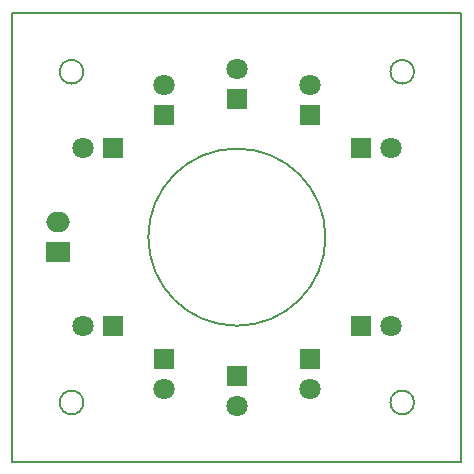
<source format=gbr>
%TF.GenerationSoftware,KiCad,Pcbnew,(5.0.0)*%
%TF.CreationDate,2020-05-10T15:03:53+01:00*%
%TF.ProjectId,anneau_led,616E6E6561755F6C65642E6B69636164,rev?*%
%TF.SameCoordinates,Original*%
%TF.FileFunction,Copper,L2,Bot,Signal*%
%TF.FilePolarity,Positive*%
%FSLAX46Y46*%
G04 Gerber Fmt 4.6, Leading zero omitted, Abs format (unit mm)*
G04 Created by KiCad (PCBNEW (5.0.0)) date 05/10/20 15:03:53*
%MOMM*%
%LPD*%
G01*
G04 APERTURE LIST*
%ADD10C,0.200000*%
%ADD11O,2.000000X1.700000*%
%ADD12R,2.000000X1.700000*%
%ADD13R,1.800000X1.800000*%
%ADD14C,1.800000*%
G04 APERTURE END LIST*
D10*
X115000000Y-114000000D02*
G75*
G03X115000000Y-114000000I-1000000J0D01*
G01*
X87000000Y-114000000D02*
G75*
G03X87000000Y-114000000I-1000000J0D01*
G01*
X87000000Y-86000000D02*
G75*
G03X87000000Y-86000000I-1000000J0D01*
G01*
X115000000Y-86000000D02*
G75*
G03X115000000Y-86000000I-1000000J0D01*
G01*
X81000000Y-81000000D02*
X119000000Y-81000000D01*
X81000000Y-81000000D02*
X81000000Y-119000000D01*
X81000000Y-119000000D02*
X119000000Y-119000000D01*
X119000000Y-81000000D02*
X119000000Y-119000000D01*
X107500000Y-100000000D02*
G75*
G03X107500000Y-100000000I-7500000J0D01*
G01*
D11*
X84836000Y-98719000D03*
D12*
X84836000Y-101219000D03*
D13*
X110500000Y-92450000D03*
D14*
X113040000Y-92450000D03*
X106170000Y-87120000D03*
D13*
X106170000Y-89660000D03*
X93830000Y-89660000D03*
D14*
X93830000Y-87120000D03*
X86960000Y-92450000D03*
D13*
X89500000Y-92450000D03*
X89500000Y-107550000D03*
D14*
X86960000Y-107550000D03*
X93830000Y-112880000D03*
D13*
X93830000Y-110340000D03*
X100000000Y-111730000D03*
D14*
X100000000Y-114270000D03*
X106170000Y-112880000D03*
D13*
X106170000Y-110340000D03*
X110500000Y-107550000D03*
D14*
X113040000Y-107550000D03*
D13*
X100000000Y-88270000D03*
D14*
X100000000Y-85730000D03*
M02*

</source>
